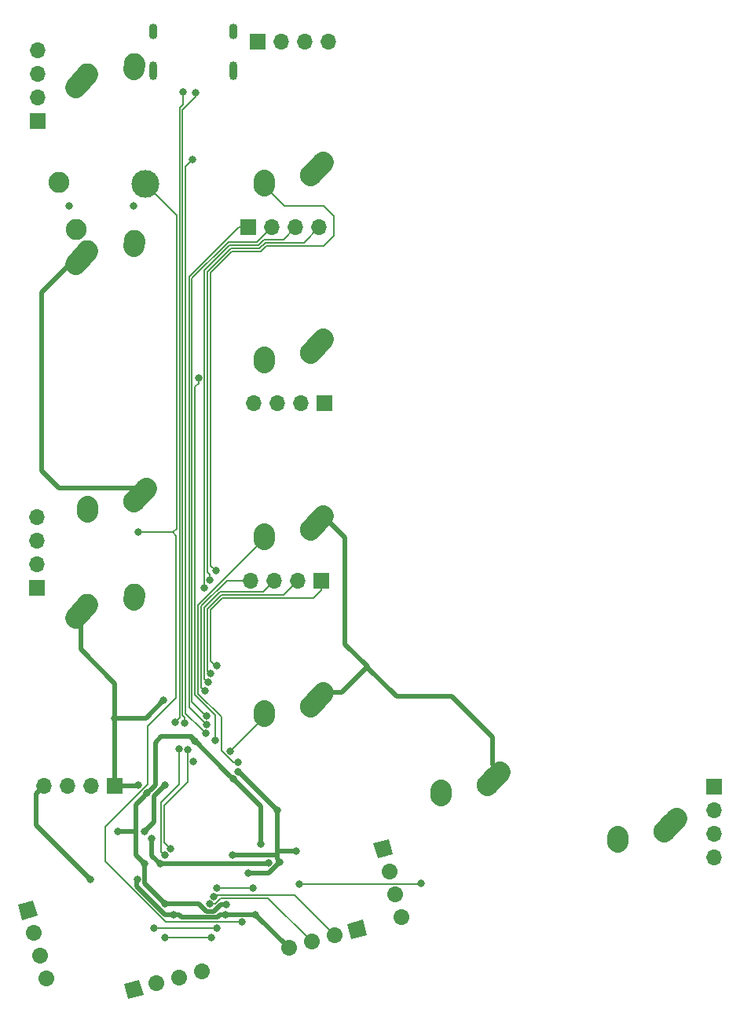
<source format=gbr>
G04 #@! TF.GenerationSoftware,KiCad,Pcbnew,(5.1.4)-1*
G04 #@! TF.CreationDate,2023-02-10T21:18:41-05:00*
G04 #@! TF.ProjectId,ThumbsUp,5468756d-6273-4557-902e-6b696361645f,rev?*
G04 #@! TF.SameCoordinates,Original*
G04 #@! TF.FileFunction,Copper,L1,Top*
G04 #@! TF.FilePolarity,Positive*
%FSLAX46Y46*%
G04 Gerber Fmt 4.6, Leading zero omitted, Abs format (unit mm)*
G04 Created by KiCad (PCBNEW (5.1.4)-1) date 2023-02-10 21:18:41*
%MOMM*%
%LPD*%
G04 APERTURE LIST*
%ADD10C,1.700000*%
%ADD11C,1.700000*%
%ADD12C,0.100000*%
%ADD13O,1.700000X1.700000*%
%ADD14R,1.700000X1.700000*%
%ADD15O,0.900000X1.700000*%
%ADD16O,0.900000X2.000000*%
%ADD17C,0.800000*%
%ADD18C,2.250000*%
%ADD19C,3.000000*%
%ADD20C,2.250000*%
%ADD21C,0.500000*%
%ADD22C,0.200000*%
G04 APERTURE END LIST*
D10*
X182551669Y-468482524D03*
D11*
X182551669Y-468482524D02*
X182551669Y-468482524D01*
D10*
X185005121Y-467825124D03*
D11*
X185005121Y-467825124D02*
X185005121Y-467825124D01*
D10*
X187458572Y-467167723D03*
D11*
X187458572Y-467167723D02*
X187458572Y-467167723D01*
D10*
X189912024Y-466510323D03*
D12*
G36*
X188870991Y-465909282D02*
G01*
X190513065Y-465469290D01*
X190953057Y-467111364D01*
X189310983Y-467551356D01*
X188870991Y-465909282D01*
X188870991Y-465909282D01*
G37*
D13*
X156195921Y-451084972D03*
X158735921Y-451084972D03*
X161275921Y-451084972D03*
D14*
X163815921Y-451084972D03*
D15*
X176595000Y-369810000D03*
X167955000Y-369810000D03*
D16*
X176595000Y-373980000D03*
X167955000Y-373980000D03*
D13*
X155458726Y-371760794D03*
X155458726Y-374300794D03*
X155458726Y-376840794D03*
D14*
X155458726Y-379380794D03*
D17*
X165850000Y-388575000D03*
X158850000Y-388575000D03*
D18*
X159650000Y-391100000D03*
D19*
X167050000Y-386175000D03*
D18*
X157750000Y-386050000D03*
D13*
X155412019Y-422110280D03*
X155412019Y-424650280D03*
X155412019Y-427190280D03*
D14*
X155412019Y-429730280D03*
D10*
X156391130Y-471814978D03*
D11*
X156391130Y-471814978D02*
X156391130Y-471814978D01*
D10*
X155733730Y-469361526D03*
D11*
X155733730Y-469361526D02*
X155733730Y-469361526D01*
D10*
X155076329Y-466908075D03*
D11*
X155076329Y-466908075D02*
X155076329Y-466908075D01*
D10*
X154418929Y-464454623D03*
D12*
G36*
X153817888Y-465495656D02*
G01*
X153377896Y-463853582D01*
X155019970Y-463413590D01*
X155459962Y-465055664D01*
X153817888Y-465495656D01*
X153817888Y-465495656D01*
G37*
D10*
X194698626Y-465168258D03*
D11*
X194698626Y-465168258D02*
X194698626Y-465168258D01*
D10*
X194041226Y-462714806D03*
D11*
X194041226Y-462714806D02*
X194041226Y-462714806D01*
D10*
X193383825Y-460261355D03*
D11*
X193383825Y-460261355D02*
X193383825Y-460261355D01*
D10*
X192726425Y-457807903D03*
D12*
G36*
X192125384Y-458848936D02*
G01*
X191685392Y-457206862D01*
X193327466Y-456766870D01*
X193767458Y-458408944D01*
X192125384Y-458848936D01*
X192125384Y-458848936D01*
G37*
D13*
X186830000Y-370860000D03*
X184290000Y-370860000D03*
X181750000Y-370860000D03*
D14*
X179210000Y-370860000D03*
D10*
X173212025Y-471010322D03*
D11*
X173212025Y-471010322D02*
X173212025Y-471010322D01*
D10*
X170758573Y-471667722D03*
D11*
X170758573Y-471667722D02*
X170758573Y-471667722D01*
D10*
X168305122Y-472325123D03*
D11*
X168305122Y-472325123D02*
X168305122Y-472325123D01*
D10*
X165851670Y-472982523D03*
D12*
G36*
X164810637Y-472381482D02*
G01*
X166452711Y-471941490D01*
X166892703Y-473583564D01*
X165250629Y-474023556D01*
X164810637Y-472381482D01*
X164810637Y-472381482D01*
G37*
D13*
X185832025Y-390860322D03*
X183292025Y-390860322D03*
X180752025Y-390860322D03*
D14*
X178212025Y-390860322D03*
D13*
X228412025Y-458730322D03*
X228412025Y-456190322D03*
X228412025Y-453650322D03*
D14*
X228412025Y-451110322D03*
D13*
X178739012Y-409842011D03*
X181279012Y-409842011D03*
X183819012Y-409842011D03*
D14*
X186359012Y-409842011D03*
D13*
X178436722Y-428957847D03*
X180976722Y-428957847D03*
X183516722Y-428957847D03*
D14*
X186056722Y-428957847D03*
D18*
X160862025Y-431460322D03*
X160207026Y-432190322D03*
D20*
X159552025Y-432920322D02*
X160862027Y-431460322D01*
D18*
X165902025Y-430380322D03*
X165882025Y-430670322D03*
D20*
X165862025Y-430960322D02*
X165902025Y-430380322D01*
D18*
X203962025Y-450960323D03*
X204617024Y-450230323D03*
D20*
X205272025Y-449500323D02*
X203962023Y-450960323D01*
D18*
X198922025Y-452040323D03*
X198942025Y-451750323D03*
D20*
X198962025Y-451460323D02*
X198922025Y-452040323D01*
D18*
X184912025Y-442460322D03*
X185567024Y-441730322D03*
D20*
X186222025Y-441000322D02*
X184912023Y-442460322D01*
D18*
X179872025Y-443540322D03*
X179892025Y-443250322D03*
D20*
X179912025Y-442960322D02*
X179872025Y-443540322D01*
D18*
X165862025Y-420410323D03*
X166517024Y-419680323D03*
D20*
X167172025Y-418950323D02*
X165862023Y-420410323D01*
D18*
X160822025Y-421490323D03*
X160842025Y-421200323D03*
D20*
X160862025Y-420910323D02*
X160822025Y-421490323D01*
D18*
X184912025Y-423410322D03*
X185567024Y-422680322D03*
D20*
X186222025Y-421950322D02*
X184912023Y-423410322D01*
D18*
X179872025Y-424490322D03*
X179892025Y-424200322D03*
D20*
X179912025Y-423910322D02*
X179872025Y-424490322D01*
D18*
X179892025Y-405150323D03*
D20*
X179912025Y-404860323D02*
X179872025Y-405440323D01*
D18*
X179872025Y-405440323D03*
X185567024Y-403630323D03*
D20*
X186222025Y-402900323D02*
X184912023Y-404360323D01*
D18*
X184912025Y-404360323D03*
X165882026Y-392570322D03*
D20*
X165862026Y-392860322D02*
X165902026Y-392280322D01*
D18*
X165902026Y-392280322D03*
X160207027Y-394090322D03*
D20*
X159552026Y-394820322D02*
X160862028Y-393360322D01*
D18*
X160862026Y-393360322D03*
X184912025Y-385300000D03*
X185567024Y-384570000D03*
D20*
X186222025Y-383840000D02*
X184912023Y-385300000D01*
D18*
X179872025Y-386380000D03*
X179892025Y-386090000D03*
D20*
X179912025Y-385800000D02*
X179872025Y-386380000D01*
D18*
X223012025Y-455960322D03*
X223667024Y-455230322D03*
D20*
X224322025Y-454500322D02*
X223012023Y-455960322D01*
D18*
X217972025Y-457040322D03*
X217992025Y-456750322D03*
D20*
X218012025Y-456460322D02*
X217972025Y-457040322D01*
D18*
X160862026Y-374300000D03*
X160207027Y-375030000D03*
D20*
X159552026Y-375760000D02*
X160862028Y-374300000D01*
D18*
X165902026Y-373220000D03*
X165882026Y-373510000D03*
D20*
X165862026Y-373800000D02*
X165902026Y-373220000D01*
D17*
X168674981Y-459425019D03*
X180411146Y-459317264D03*
X167792990Y-456752990D03*
X174047144Y-463784900D03*
X174450000Y-462950000D03*
X168050000Y-466350000D03*
X174829010Y-466350000D03*
X171671824Y-447147929D03*
X169800213Y-457838858D03*
X170750000Y-447050000D03*
X169182472Y-458530050D03*
X172525000Y-376350000D03*
X171325000Y-444250000D03*
X171125000Y-376325002D03*
X170275000Y-444150000D03*
X181283820Y-453678953D03*
X178969145Y-464900000D03*
X183325000Y-458050000D03*
X166325000Y-450975000D03*
X167000000Y-455975990D03*
X177072383Y-449550800D03*
X178225000Y-460450000D03*
X163800000Y-443725000D03*
X181584199Y-459261643D03*
X170150000Y-464900000D03*
X161175000Y-461100000D03*
X169050000Y-441850000D03*
X176477000Y-458523000D03*
X169200000Y-451000000D03*
X175729995Y-464899995D03*
X172298824Y-448425000D03*
X166223005Y-461126995D03*
X177504000Y-465700000D03*
X166300000Y-423725000D03*
X169250000Y-467400000D03*
X174200000Y-467400000D03*
X173543968Y-440836340D03*
X173854111Y-439905833D03*
X174122990Y-438976739D03*
X174829021Y-438085429D03*
X172822990Y-407100000D03*
X174650000Y-446100000D03*
X177124994Y-448550000D03*
X176255856Y-447294144D03*
X164100000Y-456000004D03*
X172443578Y-446206420D03*
X167282347Y-451832345D03*
X167000006Y-459450000D03*
X169200000Y-463750000D03*
X175805871Y-463818898D03*
X176561463Y-450324306D03*
X179518356Y-457318356D03*
X183725000Y-461600000D03*
X196775000Y-461575000D03*
X173662340Y-444462928D03*
X173696772Y-443536556D03*
X173420980Y-429750000D03*
X174047990Y-428827266D03*
X173571884Y-445385516D03*
X172175000Y-383600000D03*
X174675000Y-427875000D03*
X174827000Y-462075000D03*
X178725000Y-462075000D03*
D21*
X180303391Y-459425019D02*
X180411146Y-459317264D01*
X167792990Y-458543028D02*
X168674981Y-459425019D01*
X167792990Y-456752990D02*
X167792990Y-458543028D01*
X168674981Y-459425019D02*
X180303391Y-459425019D01*
D22*
X180332008Y-463152011D02*
X175224258Y-463152011D01*
X174591369Y-463784900D02*
X174047144Y-463784900D01*
X175224258Y-463152011D02*
X174591369Y-463784900D01*
X185005121Y-467825124D02*
X180332008Y-463152011D01*
X174575000Y-462825000D02*
X174450000Y-462950000D01*
X182722036Y-462825000D02*
X174575000Y-462825000D01*
X182749038Y-462852002D02*
X182722036Y-462825000D01*
X183142851Y-462852002D02*
X182749038Y-462852002D01*
X187458572Y-467167723D02*
X183142851Y-462852002D01*
X168050000Y-466350000D02*
X174829010Y-466350000D01*
X171671824Y-447713614D02*
X171671824Y-447147929D01*
X169125000Y-457163645D02*
X169125000Y-453200000D01*
X169125000Y-453200000D02*
X171671824Y-450653176D01*
X169800213Y-457838858D02*
X169125000Y-457163645D01*
X171671824Y-450653176D02*
X171671824Y-447713614D01*
X168782473Y-452867527D02*
X170750000Y-450900000D01*
X168782473Y-458130051D02*
X168782473Y-452867527D01*
X169182472Y-458530050D02*
X168782473Y-458130051D01*
X170750000Y-450900000D02*
X170750000Y-447615685D01*
X170750000Y-447615685D02*
X170750000Y-447050000D01*
X171325000Y-443684315D02*
X171104022Y-443463337D01*
X171325000Y-444250000D02*
X171325000Y-443684315D01*
X171104022Y-378195978D02*
X172525000Y-376775000D01*
X171104022Y-443463337D02*
X171104022Y-378195978D01*
X172525000Y-376775000D02*
X172525000Y-376350000D01*
X170777011Y-378022989D02*
X171125000Y-377675000D01*
X170275000Y-444150000D02*
X170777011Y-443647989D01*
X170777011Y-443647989D02*
X170777011Y-378022989D01*
X171125000Y-377675000D02*
X171125000Y-376325002D01*
D21*
X190987500Y-438237500D02*
X188224678Y-441000322D01*
X204500000Y-445775000D02*
X204500000Y-448728298D01*
X188575000Y-435775000D02*
X191012500Y-438212500D01*
X194150000Y-441400000D02*
X200125000Y-441400000D01*
X200125000Y-441400000D02*
X204500000Y-445775000D01*
X186222025Y-421950322D02*
X188575000Y-424303297D01*
X159552026Y-394820322D02*
X158969064Y-394820322D01*
X204500000Y-448728298D02*
X205272025Y-449500323D01*
X155950000Y-397839386D02*
X155950000Y-417100000D01*
X188224678Y-441000322D02*
X186222025Y-441000322D01*
X163800000Y-443725000D02*
X167175000Y-443725000D01*
X190987500Y-438237500D02*
X194150000Y-441400000D01*
X155950000Y-417100000D02*
X157800323Y-418950323D01*
X158969064Y-394820322D02*
X155950000Y-397839386D01*
X167175000Y-443725000D02*
X169050000Y-441850000D01*
X188575000Y-424303297D02*
X188575000Y-435775000D01*
X157800323Y-418950323D02*
X167172025Y-418950323D01*
X168800001Y-451399999D02*
X169200000Y-451000000D01*
X181283820Y-458441180D02*
X181200000Y-458525000D01*
X163800000Y-443725000D02*
X163800000Y-440000000D01*
X170715685Y-464900000D02*
X171004597Y-465188912D01*
X155345922Y-451934971D02*
X155345922Y-455270922D01*
X181200000Y-458525000D02*
X176479000Y-458525000D01*
X176479000Y-458525000D02*
X176477000Y-458523000D01*
X178225000Y-460450000D02*
X180395842Y-460450000D01*
X160125000Y-436325000D02*
X160125000Y-433493297D01*
X155345922Y-455270922D02*
X161175000Y-461100000D01*
X181283820Y-458166180D02*
X181283820Y-458441180D01*
X181283820Y-453678953D02*
X177155667Y-449550800D01*
X181283820Y-453678953D02*
X181283820Y-458961264D01*
X177155667Y-449550800D02*
X177072383Y-449550800D01*
X180395842Y-460450000D02*
X181584199Y-459261643D01*
X170150000Y-464900000D02*
X170715685Y-464900000D01*
X163815921Y-451084972D02*
X166215028Y-451084972D01*
X181283820Y-458961264D02*
X181584199Y-459261643D01*
X171004597Y-465188912D02*
X174875393Y-465188912D01*
X168059348Y-454916642D02*
X168059348Y-452140652D01*
X156195921Y-451084972D02*
X155345922Y-451934971D01*
X175164310Y-464899995D02*
X175729995Y-464899995D01*
X160125000Y-433493297D02*
X159552025Y-432920322D01*
X174875393Y-465188912D02*
X175164310Y-464899995D01*
X168059348Y-452140652D02*
X168800001Y-451399999D01*
X167000000Y-455975990D02*
X168059348Y-454916642D01*
X163800000Y-440000000D02*
X160125000Y-436325000D01*
X163800000Y-449719051D02*
X163800000Y-443725000D01*
X163815921Y-451084972D02*
X163815921Y-449734972D01*
X160150000Y-376357974D02*
X159552026Y-375760000D01*
X159552025Y-432920322D02*
X159320024Y-432688321D01*
X167172025Y-418950323D02*
X166550000Y-418328298D01*
X163815921Y-449734972D02*
X163800000Y-449719051D01*
X166215028Y-451084972D02*
X166325000Y-450975000D01*
X169200038Y-464900000D02*
X166200000Y-461899962D01*
X170150000Y-464900000D02*
X169200038Y-464900000D01*
X166200000Y-461150000D02*
X166223005Y-461126995D01*
X166200000Y-461899962D02*
X166200000Y-461150000D01*
X181417640Y-458050000D02*
X183325000Y-458050000D01*
X178969145Y-464900000D02*
X175730000Y-464900000D01*
X178969145Y-464900000D02*
X182551669Y-468482524D01*
X175730000Y-464900000D02*
X175729995Y-464899995D01*
X181283820Y-457916180D02*
X181417640Y-458050000D01*
D22*
X162775000Y-459149556D02*
X162775000Y-455452964D01*
X170425000Y-424100000D02*
X170050000Y-423725000D01*
X169325444Y-465700000D02*
X162775000Y-459149556D01*
X176350000Y-465700000D02*
X177504000Y-465700000D01*
X162775000Y-455452964D02*
X167322990Y-450904974D01*
X167322990Y-444627010D02*
X170425000Y-441525000D01*
X177504000Y-465700000D02*
X169325444Y-465700000D01*
X170425000Y-441525000D02*
X170425000Y-424100000D01*
X169544026Y-423725000D02*
X166300000Y-423725000D01*
X167322990Y-450904974D02*
X167322990Y-444627010D01*
X170450000Y-389575000D02*
X168549999Y-387674999D01*
X168549999Y-387674999D02*
X167050000Y-386175000D01*
X170050000Y-423725000D02*
X170450000Y-423325000D01*
X170450000Y-423325000D02*
X170450000Y-389575000D01*
X170050000Y-423725000D02*
X169544026Y-423725000D01*
X176400000Y-465650000D02*
X176350000Y-465700000D01*
X174200000Y-467400000D02*
X169250000Y-467400000D01*
X173143969Y-440436341D02*
X173543968Y-440836340D01*
X175879764Y-428957847D02*
X173143969Y-431693642D01*
X173143969Y-431693642D02*
X173143969Y-440436341D01*
X178436722Y-428957847D02*
X175879764Y-428957847D01*
X179763591Y-430170978D02*
X175129096Y-430170978D01*
X180976722Y-428957847D02*
X179763591Y-430170978D01*
X175129096Y-430170978D02*
X173470980Y-431829094D01*
X173470980Y-431829094D02*
X173470980Y-439522702D01*
X173470980Y-439522702D02*
X173854111Y-439905833D01*
X173800000Y-438653749D02*
X174122990Y-438976739D01*
X183516722Y-428957847D02*
X181976580Y-430497989D01*
X175264548Y-430497989D02*
X173800000Y-431962537D01*
X173800000Y-431962537D02*
X173800000Y-438653749D01*
X181976580Y-430497989D02*
X175264548Y-430497989D01*
X174150000Y-432075000D02*
X174150000Y-437625000D01*
X175400000Y-430825000D02*
X174150000Y-432075000D01*
X185239569Y-430825000D02*
X175400000Y-430825000D01*
X186056722Y-430007847D02*
X185239569Y-430825000D01*
X174610429Y-438085429D02*
X174829021Y-438085429D01*
X186056722Y-428957847D02*
X186056722Y-430007847D01*
X174150000Y-437625000D02*
X174610429Y-438085429D01*
X172452009Y-408057644D02*
X172843968Y-407665685D01*
X174650000Y-446100000D02*
X174650000Y-443450003D01*
X172452009Y-441252012D02*
X172452009Y-408057644D01*
X172843968Y-407665685D02*
X172843968Y-407100000D01*
X174650000Y-443450003D02*
X172452009Y-441252012D01*
X176559309Y-448550000D02*
X175277001Y-447267692D01*
X177124994Y-448550000D02*
X176559309Y-448550000D01*
X175277001Y-447267692D02*
X175277001Y-443614541D01*
X175277001Y-443614541D02*
X172779020Y-441116560D01*
X172779020Y-431583327D02*
X179872025Y-424490322D01*
X172779020Y-441116560D02*
X172779020Y-431583327D01*
X179872025Y-443677975D02*
X179872025Y-443540322D01*
X176255856Y-447294144D02*
X179872025Y-443677975D01*
D21*
X172075000Y-445725000D02*
X172075000Y-445837843D01*
X173674183Y-464561901D02*
X174497183Y-464561901D01*
X176161464Y-449924307D02*
X176561463Y-450324306D01*
X175240186Y-463818898D02*
X175805871Y-463818898D01*
X174497183Y-464561901D02*
X175240186Y-463818898D01*
X176961462Y-450724305D02*
X176561463Y-450324306D01*
X169200000Y-463750000D02*
X172862282Y-463750000D01*
X172862282Y-463750000D02*
X173674183Y-464561901D01*
X172075000Y-445725000D02*
X172043579Y-445756421D01*
X172075000Y-445837843D02*
X176161464Y-449924307D01*
X179518356Y-453281199D02*
X176961462Y-450724305D01*
X179518356Y-457318356D02*
X179518356Y-453281199D01*
X167000006Y-461550006D02*
X167000006Y-459450000D01*
X169200000Y-463750000D02*
X167000006Y-461550006D01*
X168174999Y-450939693D02*
X167682346Y-451432346D01*
X167682346Y-451432346D02*
X167282347Y-451832345D01*
X168824980Y-445725000D02*
X168174999Y-446374981D01*
X166075000Y-456000000D02*
X166074996Y-456000004D01*
X172043579Y-445806421D02*
X172443578Y-446206420D01*
X167000006Y-459450000D02*
X166075000Y-458524994D01*
X172043579Y-445756421D02*
X172043579Y-445806421D01*
X166074996Y-456000004D02*
X164100000Y-456000004D01*
X168174999Y-446374981D02*
X168174999Y-450939693D01*
X166075000Y-458524994D02*
X166075000Y-453039692D01*
X166882348Y-452232344D02*
X167282347Y-451832345D01*
X172075000Y-445725000D02*
X168824980Y-445725000D01*
X166075000Y-453039692D02*
X166882348Y-452232344D01*
D22*
X196750000Y-461600000D02*
X196775000Y-461575000D01*
X183725000Y-461600000D02*
X196750000Y-461600000D01*
X173262341Y-444062929D02*
X173662340Y-444462928D01*
X178212025Y-390860322D02*
X177162025Y-390860322D01*
X171797989Y-396224358D02*
X171797989Y-442598577D01*
X177162025Y-390860322D02*
X171797989Y-396224358D01*
X171797989Y-442598577D02*
X173262341Y-444062929D01*
X173296773Y-443136557D02*
X173696772Y-443536556D01*
X172125000Y-441964784D02*
X173296773Y-443136557D01*
X176025000Y-392487611D02*
X172125000Y-396387611D01*
X180752025Y-390860322D02*
X179124736Y-392487611D01*
X179124736Y-392487611D02*
X176025000Y-392487611D01*
X172125000Y-396387611D02*
X172125000Y-441964784D01*
X176160452Y-392814622D02*
X173450000Y-395525074D01*
X173450000Y-428517843D02*
X173420980Y-428546863D01*
X173450000Y-395525074D02*
X173450000Y-428517843D01*
X181952349Y-392199998D02*
X179875076Y-392199998D01*
X179260452Y-392814622D02*
X176160452Y-392814622D01*
X173420980Y-428546863D02*
X173420980Y-429184315D01*
X173420980Y-429184315D02*
X173420980Y-429750000D01*
X179875076Y-392199998D02*
X179260452Y-392814622D01*
X183292025Y-390860322D02*
X181952349Y-392199998D01*
X180010528Y-392527009D02*
X179395904Y-393141633D01*
X173797989Y-395639548D02*
X173797989Y-428011580D01*
X179395904Y-393141633D02*
X176295904Y-393141633D01*
X185832025Y-390860322D02*
X184165338Y-392527009D01*
X176295904Y-393141633D02*
X173797989Y-395639548D01*
X184165338Y-392527009D02*
X180010528Y-392527009D01*
X173797989Y-428011580D02*
X174047990Y-428261581D01*
X174047990Y-428261581D02*
X174047990Y-428827266D01*
X172175000Y-383600000D02*
X171431033Y-384343967D01*
X173171885Y-444985517D02*
X173571884Y-445385516D01*
X171431033Y-384343967D02*
X171431033Y-443244665D01*
X171431033Y-443244665D02*
X173171885Y-444985517D01*
X174125000Y-427325000D02*
X174125000Y-395775000D01*
X174827000Y-462075000D02*
X178725000Y-462075000D01*
X182092025Y-388600000D02*
X179872025Y-386380000D01*
X174125000Y-395775000D02*
X176431356Y-393468644D01*
X186350000Y-388600000D02*
X182092025Y-388600000D01*
X180145980Y-392854020D02*
X186345980Y-392854020D01*
X187400000Y-389650000D02*
X186350000Y-388600000D01*
X179531356Y-393468644D02*
X180145980Y-392854020D01*
X187400000Y-391800000D02*
X187400000Y-389650000D01*
X186345980Y-392854020D02*
X187400000Y-391800000D01*
X176431356Y-393468644D02*
X179531356Y-393468644D01*
X174675000Y-427875000D02*
X174125000Y-427325000D01*
M02*

</source>
